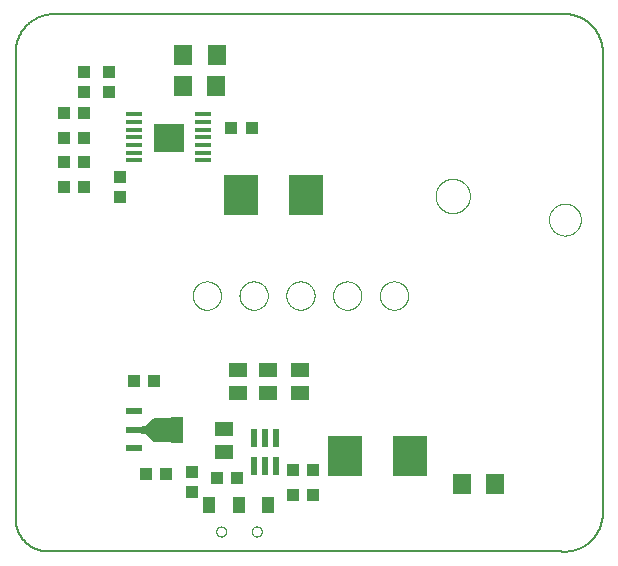
<source format=gtp>
G75*
%MOIN*%
%OFA0B0*%
%FSLAX25Y25*%
%IPPOS*%
%LPD*%
%AMOC8*
5,1,8,0,0,1.08239X$1,22.5*
%
%ADD10C,0.00600*%
%ADD11C,0.00000*%
%ADD12R,0.03937X0.04331*%
%ADD13R,0.05906X0.05118*%
%ADD14R,0.06299X0.07087*%
%ADD15R,0.04331X0.03937*%
%ADD16R,0.05753X0.01381*%
%ADD17C,0.00197*%
%ADD18R,0.11811X0.13780*%
%ADD19R,0.05500X0.01900*%
%ADD20R,0.05500X0.02200*%
%ADD21R,0.04200X0.08600*%
%ADD22R,0.02200X0.06200*%
%ADD23R,0.03937X0.05512*%
D10*
X0024241Y0016761D02*
X0195894Y0016761D01*
X0209674Y0028572D02*
X0209674Y0184083D01*
X0209646Y0184397D01*
X0209610Y0184710D01*
X0209567Y0185022D01*
X0209516Y0185333D01*
X0209457Y0185642D01*
X0209391Y0185950D01*
X0209318Y0186256D01*
X0209236Y0186561D01*
X0209148Y0186863D01*
X0209052Y0187163D01*
X0208948Y0187460D01*
X0208838Y0187755D01*
X0208720Y0188047D01*
X0208595Y0188336D01*
X0208463Y0188622D01*
X0208324Y0188905D01*
X0208178Y0189184D01*
X0208025Y0189459D01*
X0207865Y0189731D01*
X0207699Y0189999D01*
X0207527Y0190262D01*
X0207348Y0190521D01*
X0207163Y0190776D01*
X0206971Y0191026D01*
X0206773Y0191271D01*
X0206570Y0191512D01*
X0206361Y0191747D01*
X0206145Y0191977D01*
X0205925Y0192202D01*
X0205699Y0192421D01*
X0205467Y0192635D01*
X0205231Y0192843D01*
X0204989Y0193045D01*
X0204742Y0193241D01*
X0204491Y0193431D01*
X0204235Y0193614D01*
X0203975Y0193792D01*
X0203711Y0193963D01*
X0203442Y0194127D01*
X0203169Y0194285D01*
X0202893Y0194436D01*
X0202613Y0194580D01*
X0202329Y0194717D01*
X0202043Y0194847D01*
X0201753Y0194971D01*
X0201460Y0195087D01*
X0201164Y0195195D01*
X0200866Y0195297D01*
X0200566Y0195391D01*
X0200263Y0195478D01*
X0199958Y0195557D01*
X0199651Y0195629D01*
X0199343Y0195693D01*
X0199033Y0195750D01*
X0198722Y0195799D01*
X0198410Y0195840D01*
X0198097Y0195874D01*
X0197783Y0195900D01*
X0197468Y0195918D01*
X0197154Y0195929D01*
X0196839Y0195932D01*
X0196524Y0195927D01*
X0196209Y0195915D01*
X0195895Y0195894D01*
X0195894Y0195894D02*
X0027784Y0195894D01*
X0027475Y0195914D01*
X0027165Y0195927D01*
X0026855Y0195932D01*
X0026545Y0195929D01*
X0026235Y0195920D01*
X0025925Y0195902D01*
X0025616Y0195877D01*
X0025308Y0195845D01*
X0025000Y0195805D01*
X0024694Y0195758D01*
X0024388Y0195703D01*
X0024084Y0195641D01*
X0023782Y0195572D01*
X0023482Y0195496D01*
X0023183Y0195412D01*
X0022887Y0195321D01*
X0022592Y0195223D01*
X0022301Y0195117D01*
X0022012Y0195005D01*
X0021725Y0194886D01*
X0021442Y0194760D01*
X0021162Y0194627D01*
X0020885Y0194487D01*
X0020611Y0194341D01*
X0020342Y0194188D01*
X0020075Y0194029D01*
X0019813Y0193863D01*
X0019555Y0193691D01*
X0019301Y0193513D01*
X0019052Y0193329D01*
X0018807Y0193139D01*
X0018567Y0192943D01*
X0018331Y0192741D01*
X0018101Y0192533D01*
X0017875Y0192321D01*
X0017655Y0192102D01*
X0017440Y0191879D01*
X0017231Y0191650D01*
X0017027Y0191416D01*
X0016829Y0191178D01*
X0016637Y0190934D01*
X0016450Y0190686D01*
X0016270Y0190434D01*
X0016096Y0190177D01*
X0015928Y0189917D01*
X0015766Y0189652D01*
X0015611Y0189383D01*
X0015463Y0189111D01*
X0015321Y0188836D01*
X0015185Y0188557D01*
X0015057Y0188274D01*
X0014935Y0187989D01*
X0014820Y0187701D01*
X0014713Y0187410D01*
X0014612Y0187117D01*
X0014519Y0186821D01*
X0014432Y0186523D01*
X0014353Y0186223D01*
X0014281Y0185922D01*
X0014217Y0185618D01*
X0014160Y0185314D01*
X0014110Y0185007D01*
X0014067Y0184700D01*
X0014032Y0184392D01*
X0014005Y0184083D01*
X0014005Y0028572D01*
X0014004Y0028571D02*
X0013988Y0028305D01*
X0013979Y0028038D01*
X0013976Y0027771D01*
X0013980Y0027504D01*
X0013990Y0027237D01*
X0014006Y0026970D01*
X0014029Y0026704D01*
X0014058Y0026439D01*
X0014094Y0026174D01*
X0014136Y0025910D01*
X0014184Y0025648D01*
X0014239Y0025386D01*
X0014300Y0025126D01*
X0014368Y0024868D01*
X0014441Y0024611D01*
X0014521Y0024356D01*
X0014607Y0024103D01*
X0014699Y0023853D01*
X0014797Y0023604D01*
X0014901Y0023358D01*
X0015011Y0023115D01*
X0015127Y0022874D01*
X0015248Y0022636D01*
X0015375Y0022401D01*
X0015508Y0022170D01*
X0015647Y0021941D01*
X0015791Y0021716D01*
X0015940Y0021495D01*
X0016094Y0021277D01*
X0016254Y0021063D01*
X0016419Y0020853D01*
X0016589Y0020647D01*
X0016764Y0020445D01*
X0016944Y0020248D01*
X0017128Y0020055D01*
X0017317Y0019866D01*
X0017511Y0019682D01*
X0017709Y0019503D01*
X0017911Y0019328D01*
X0018118Y0019159D01*
X0018328Y0018994D01*
X0018542Y0018835D01*
X0018761Y0018681D01*
X0018982Y0018532D01*
X0019208Y0018389D01*
X0019436Y0018251D01*
X0019668Y0018119D01*
X0019904Y0017992D01*
X0020142Y0017871D01*
X0020383Y0017756D01*
X0020626Y0017646D01*
X0020873Y0017543D01*
X0021121Y0017446D01*
X0021372Y0017354D01*
X0021625Y0017269D01*
X0021880Y0017190D01*
X0022137Y0017117D01*
X0022396Y0017050D01*
X0022656Y0016990D01*
X0022918Y0016935D01*
X0023180Y0016888D01*
X0023444Y0016846D01*
X0023709Y0016811D01*
X0023974Y0016782D01*
X0024241Y0016760D01*
X0060049Y0053712D02*
X0057549Y0056212D01*
X0056149Y0056212D01*
X0056149Y0058412D01*
X0057549Y0058412D01*
X0060049Y0060912D01*
X0068949Y0060912D01*
X0068949Y0053712D01*
X0060049Y0053712D01*
X0059483Y0054278D02*
X0068949Y0054278D01*
X0068949Y0054876D02*
X0058884Y0054876D01*
X0058286Y0055475D02*
X0068949Y0055475D01*
X0068949Y0056073D02*
X0057687Y0056073D01*
X0056149Y0056672D02*
X0068949Y0056672D01*
X0068949Y0057271D02*
X0056149Y0057271D01*
X0056149Y0057869D02*
X0068949Y0057869D01*
X0068949Y0058468D02*
X0057605Y0058468D01*
X0058203Y0059066D02*
X0068949Y0059066D01*
X0068949Y0059665D02*
X0058802Y0059665D01*
X0059400Y0060263D02*
X0068949Y0060263D01*
X0068949Y0060862D02*
X0059999Y0060862D01*
X0195895Y0016761D02*
X0196204Y0016741D01*
X0196514Y0016728D01*
X0196824Y0016723D01*
X0197134Y0016726D01*
X0197444Y0016735D01*
X0197754Y0016753D01*
X0198063Y0016778D01*
X0198371Y0016810D01*
X0198679Y0016850D01*
X0198985Y0016897D01*
X0199291Y0016952D01*
X0199595Y0017014D01*
X0199897Y0017083D01*
X0200197Y0017159D01*
X0200496Y0017243D01*
X0200792Y0017334D01*
X0201087Y0017432D01*
X0201378Y0017538D01*
X0201667Y0017650D01*
X0201954Y0017769D01*
X0202237Y0017895D01*
X0202517Y0018028D01*
X0202794Y0018168D01*
X0203068Y0018314D01*
X0203337Y0018467D01*
X0203604Y0018626D01*
X0203866Y0018792D01*
X0204124Y0018964D01*
X0204378Y0019142D01*
X0204627Y0019326D01*
X0204872Y0019516D01*
X0205112Y0019712D01*
X0205348Y0019914D01*
X0205578Y0020122D01*
X0205804Y0020334D01*
X0206024Y0020553D01*
X0206239Y0020776D01*
X0206448Y0021005D01*
X0206652Y0021239D01*
X0206850Y0021477D01*
X0207042Y0021721D01*
X0207229Y0021969D01*
X0207409Y0022221D01*
X0207583Y0022478D01*
X0207751Y0022738D01*
X0207913Y0023003D01*
X0208068Y0023272D01*
X0208216Y0023544D01*
X0208358Y0023819D01*
X0208494Y0024098D01*
X0208622Y0024381D01*
X0208744Y0024666D01*
X0208859Y0024954D01*
X0208966Y0025245D01*
X0209067Y0025538D01*
X0209160Y0025834D01*
X0209247Y0026132D01*
X0209326Y0026432D01*
X0209398Y0026733D01*
X0209462Y0027037D01*
X0209519Y0027341D01*
X0209569Y0027648D01*
X0209612Y0027955D01*
X0209647Y0028263D01*
X0209674Y0028572D01*
D11*
X0135363Y0102056D02*
X0135365Y0102193D01*
X0135371Y0102331D01*
X0135381Y0102468D01*
X0135395Y0102604D01*
X0135413Y0102741D01*
X0135435Y0102876D01*
X0135461Y0103011D01*
X0135490Y0103145D01*
X0135524Y0103279D01*
X0135561Y0103411D01*
X0135603Y0103542D01*
X0135648Y0103672D01*
X0135697Y0103800D01*
X0135749Y0103927D01*
X0135806Y0104052D01*
X0135865Y0104176D01*
X0135929Y0104298D01*
X0135996Y0104418D01*
X0136066Y0104536D01*
X0136140Y0104652D01*
X0136217Y0104766D01*
X0136298Y0104877D01*
X0136381Y0104986D01*
X0136468Y0105093D01*
X0136558Y0105196D01*
X0136651Y0105298D01*
X0136747Y0105396D01*
X0136845Y0105492D01*
X0136947Y0105585D01*
X0137050Y0105675D01*
X0137157Y0105762D01*
X0137266Y0105845D01*
X0137377Y0105926D01*
X0137491Y0106003D01*
X0137607Y0106077D01*
X0137725Y0106147D01*
X0137845Y0106214D01*
X0137967Y0106278D01*
X0138091Y0106337D01*
X0138216Y0106394D01*
X0138343Y0106446D01*
X0138471Y0106495D01*
X0138601Y0106540D01*
X0138732Y0106582D01*
X0138864Y0106619D01*
X0138998Y0106653D01*
X0139132Y0106682D01*
X0139267Y0106708D01*
X0139402Y0106730D01*
X0139539Y0106748D01*
X0139675Y0106762D01*
X0139812Y0106772D01*
X0139950Y0106778D01*
X0140087Y0106780D01*
X0140224Y0106778D01*
X0140362Y0106772D01*
X0140499Y0106762D01*
X0140635Y0106748D01*
X0140772Y0106730D01*
X0140907Y0106708D01*
X0141042Y0106682D01*
X0141176Y0106653D01*
X0141310Y0106619D01*
X0141442Y0106582D01*
X0141573Y0106540D01*
X0141703Y0106495D01*
X0141831Y0106446D01*
X0141958Y0106394D01*
X0142083Y0106337D01*
X0142207Y0106278D01*
X0142329Y0106214D01*
X0142449Y0106147D01*
X0142567Y0106077D01*
X0142683Y0106003D01*
X0142797Y0105926D01*
X0142908Y0105845D01*
X0143017Y0105762D01*
X0143124Y0105675D01*
X0143227Y0105585D01*
X0143329Y0105492D01*
X0143427Y0105396D01*
X0143523Y0105298D01*
X0143616Y0105196D01*
X0143706Y0105093D01*
X0143793Y0104986D01*
X0143876Y0104877D01*
X0143957Y0104766D01*
X0144034Y0104652D01*
X0144108Y0104536D01*
X0144178Y0104418D01*
X0144245Y0104298D01*
X0144309Y0104176D01*
X0144368Y0104052D01*
X0144425Y0103927D01*
X0144477Y0103800D01*
X0144526Y0103672D01*
X0144571Y0103542D01*
X0144613Y0103411D01*
X0144650Y0103279D01*
X0144684Y0103145D01*
X0144713Y0103011D01*
X0144739Y0102876D01*
X0144761Y0102741D01*
X0144779Y0102604D01*
X0144793Y0102468D01*
X0144803Y0102331D01*
X0144809Y0102193D01*
X0144811Y0102056D01*
X0144809Y0101919D01*
X0144803Y0101781D01*
X0144793Y0101644D01*
X0144779Y0101508D01*
X0144761Y0101371D01*
X0144739Y0101236D01*
X0144713Y0101101D01*
X0144684Y0100967D01*
X0144650Y0100833D01*
X0144613Y0100701D01*
X0144571Y0100570D01*
X0144526Y0100440D01*
X0144477Y0100312D01*
X0144425Y0100185D01*
X0144368Y0100060D01*
X0144309Y0099936D01*
X0144245Y0099814D01*
X0144178Y0099694D01*
X0144108Y0099576D01*
X0144034Y0099460D01*
X0143957Y0099346D01*
X0143876Y0099235D01*
X0143793Y0099126D01*
X0143706Y0099019D01*
X0143616Y0098916D01*
X0143523Y0098814D01*
X0143427Y0098716D01*
X0143329Y0098620D01*
X0143227Y0098527D01*
X0143124Y0098437D01*
X0143017Y0098350D01*
X0142908Y0098267D01*
X0142797Y0098186D01*
X0142683Y0098109D01*
X0142567Y0098035D01*
X0142449Y0097965D01*
X0142329Y0097898D01*
X0142207Y0097834D01*
X0142083Y0097775D01*
X0141958Y0097718D01*
X0141831Y0097666D01*
X0141703Y0097617D01*
X0141573Y0097572D01*
X0141442Y0097530D01*
X0141310Y0097493D01*
X0141176Y0097459D01*
X0141042Y0097430D01*
X0140907Y0097404D01*
X0140772Y0097382D01*
X0140635Y0097364D01*
X0140499Y0097350D01*
X0140362Y0097340D01*
X0140224Y0097334D01*
X0140087Y0097332D01*
X0139950Y0097334D01*
X0139812Y0097340D01*
X0139675Y0097350D01*
X0139539Y0097364D01*
X0139402Y0097382D01*
X0139267Y0097404D01*
X0139132Y0097430D01*
X0138998Y0097459D01*
X0138864Y0097493D01*
X0138732Y0097530D01*
X0138601Y0097572D01*
X0138471Y0097617D01*
X0138343Y0097666D01*
X0138216Y0097718D01*
X0138091Y0097775D01*
X0137967Y0097834D01*
X0137845Y0097898D01*
X0137725Y0097965D01*
X0137607Y0098035D01*
X0137491Y0098109D01*
X0137377Y0098186D01*
X0137266Y0098267D01*
X0137157Y0098350D01*
X0137050Y0098437D01*
X0136947Y0098527D01*
X0136845Y0098620D01*
X0136747Y0098716D01*
X0136651Y0098814D01*
X0136558Y0098916D01*
X0136468Y0099019D01*
X0136381Y0099126D01*
X0136298Y0099235D01*
X0136217Y0099346D01*
X0136140Y0099460D01*
X0136066Y0099576D01*
X0135996Y0099694D01*
X0135929Y0099814D01*
X0135865Y0099936D01*
X0135806Y0100060D01*
X0135749Y0100185D01*
X0135697Y0100312D01*
X0135648Y0100440D01*
X0135603Y0100570D01*
X0135561Y0100701D01*
X0135524Y0100833D01*
X0135490Y0100967D01*
X0135461Y0101101D01*
X0135435Y0101236D01*
X0135413Y0101371D01*
X0135395Y0101508D01*
X0135381Y0101644D01*
X0135371Y0101781D01*
X0135365Y0101919D01*
X0135363Y0102056D01*
X0119773Y0102056D02*
X0119775Y0102193D01*
X0119781Y0102331D01*
X0119791Y0102468D01*
X0119805Y0102604D01*
X0119823Y0102741D01*
X0119845Y0102876D01*
X0119871Y0103011D01*
X0119900Y0103145D01*
X0119934Y0103279D01*
X0119971Y0103411D01*
X0120013Y0103542D01*
X0120058Y0103672D01*
X0120107Y0103800D01*
X0120159Y0103927D01*
X0120216Y0104052D01*
X0120275Y0104176D01*
X0120339Y0104298D01*
X0120406Y0104418D01*
X0120476Y0104536D01*
X0120550Y0104652D01*
X0120627Y0104766D01*
X0120708Y0104877D01*
X0120791Y0104986D01*
X0120878Y0105093D01*
X0120968Y0105196D01*
X0121061Y0105298D01*
X0121157Y0105396D01*
X0121255Y0105492D01*
X0121357Y0105585D01*
X0121460Y0105675D01*
X0121567Y0105762D01*
X0121676Y0105845D01*
X0121787Y0105926D01*
X0121901Y0106003D01*
X0122017Y0106077D01*
X0122135Y0106147D01*
X0122255Y0106214D01*
X0122377Y0106278D01*
X0122501Y0106337D01*
X0122626Y0106394D01*
X0122753Y0106446D01*
X0122881Y0106495D01*
X0123011Y0106540D01*
X0123142Y0106582D01*
X0123274Y0106619D01*
X0123408Y0106653D01*
X0123542Y0106682D01*
X0123677Y0106708D01*
X0123812Y0106730D01*
X0123949Y0106748D01*
X0124085Y0106762D01*
X0124222Y0106772D01*
X0124360Y0106778D01*
X0124497Y0106780D01*
X0124634Y0106778D01*
X0124772Y0106772D01*
X0124909Y0106762D01*
X0125045Y0106748D01*
X0125182Y0106730D01*
X0125317Y0106708D01*
X0125452Y0106682D01*
X0125586Y0106653D01*
X0125720Y0106619D01*
X0125852Y0106582D01*
X0125983Y0106540D01*
X0126113Y0106495D01*
X0126241Y0106446D01*
X0126368Y0106394D01*
X0126493Y0106337D01*
X0126617Y0106278D01*
X0126739Y0106214D01*
X0126859Y0106147D01*
X0126977Y0106077D01*
X0127093Y0106003D01*
X0127207Y0105926D01*
X0127318Y0105845D01*
X0127427Y0105762D01*
X0127534Y0105675D01*
X0127637Y0105585D01*
X0127739Y0105492D01*
X0127837Y0105396D01*
X0127933Y0105298D01*
X0128026Y0105196D01*
X0128116Y0105093D01*
X0128203Y0104986D01*
X0128286Y0104877D01*
X0128367Y0104766D01*
X0128444Y0104652D01*
X0128518Y0104536D01*
X0128588Y0104418D01*
X0128655Y0104298D01*
X0128719Y0104176D01*
X0128778Y0104052D01*
X0128835Y0103927D01*
X0128887Y0103800D01*
X0128936Y0103672D01*
X0128981Y0103542D01*
X0129023Y0103411D01*
X0129060Y0103279D01*
X0129094Y0103145D01*
X0129123Y0103011D01*
X0129149Y0102876D01*
X0129171Y0102741D01*
X0129189Y0102604D01*
X0129203Y0102468D01*
X0129213Y0102331D01*
X0129219Y0102193D01*
X0129221Y0102056D01*
X0129219Y0101919D01*
X0129213Y0101781D01*
X0129203Y0101644D01*
X0129189Y0101508D01*
X0129171Y0101371D01*
X0129149Y0101236D01*
X0129123Y0101101D01*
X0129094Y0100967D01*
X0129060Y0100833D01*
X0129023Y0100701D01*
X0128981Y0100570D01*
X0128936Y0100440D01*
X0128887Y0100312D01*
X0128835Y0100185D01*
X0128778Y0100060D01*
X0128719Y0099936D01*
X0128655Y0099814D01*
X0128588Y0099694D01*
X0128518Y0099576D01*
X0128444Y0099460D01*
X0128367Y0099346D01*
X0128286Y0099235D01*
X0128203Y0099126D01*
X0128116Y0099019D01*
X0128026Y0098916D01*
X0127933Y0098814D01*
X0127837Y0098716D01*
X0127739Y0098620D01*
X0127637Y0098527D01*
X0127534Y0098437D01*
X0127427Y0098350D01*
X0127318Y0098267D01*
X0127207Y0098186D01*
X0127093Y0098109D01*
X0126977Y0098035D01*
X0126859Y0097965D01*
X0126739Y0097898D01*
X0126617Y0097834D01*
X0126493Y0097775D01*
X0126368Y0097718D01*
X0126241Y0097666D01*
X0126113Y0097617D01*
X0125983Y0097572D01*
X0125852Y0097530D01*
X0125720Y0097493D01*
X0125586Y0097459D01*
X0125452Y0097430D01*
X0125317Y0097404D01*
X0125182Y0097382D01*
X0125045Y0097364D01*
X0124909Y0097350D01*
X0124772Y0097340D01*
X0124634Y0097334D01*
X0124497Y0097332D01*
X0124360Y0097334D01*
X0124222Y0097340D01*
X0124085Y0097350D01*
X0123949Y0097364D01*
X0123812Y0097382D01*
X0123677Y0097404D01*
X0123542Y0097430D01*
X0123408Y0097459D01*
X0123274Y0097493D01*
X0123142Y0097530D01*
X0123011Y0097572D01*
X0122881Y0097617D01*
X0122753Y0097666D01*
X0122626Y0097718D01*
X0122501Y0097775D01*
X0122377Y0097834D01*
X0122255Y0097898D01*
X0122135Y0097965D01*
X0122017Y0098035D01*
X0121901Y0098109D01*
X0121787Y0098186D01*
X0121676Y0098267D01*
X0121567Y0098350D01*
X0121460Y0098437D01*
X0121357Y0098527D01*
X0121255Y0098620D01*
X0121157Y0098716D01*
X0121061Y0098814D01*
X0120968Y0098916D01*
X0120878Y0099019D01*
X0120791Y0099126D01*
X0120708Y0099235D01*
X0120627Y0099346D01*
X0120550Y0099460D01*
X0120476Y0099576D01*
X0120406Y0099694D01*
X0120339Y0099814D01*
X0120275Y0099936D01*
X0120216Y0100060D01*
X0120159Y0100185D01*
X0120107Y0100312D01*
X0120058Y0100440D01*
X0120013Y0100570D01*
X0119971Y0100701D01*
X0119934Y0100833D01*
X0119900Y0100967D01*
X0119871Y0101101D01*
X0119845Y0101236D01*
X0119823Y0101371D01*
X0119805Y0101508D01*
X0119791Y0101644D01*
X0119781Y0101781D01*
X0119775Y0101919D01*
X0119773Y0102056D01*
X0104182Y0102056D02*
X0104184Y0102193D01*
X0104190Y0102331D01*
X0104200Y0102468D01*
X0104214Y0102604D01*
X0104232Y0102741D01*
X0104254Y0102876D01*
X0104280Y0103011D01*
X0104309Y0103145D01*
X0104343Y0103279D01*
X0104380Y0103411D01*
X0104422Y0103542D01*
X0104467Y0103672D01*
X0104516Y0103800D01*
X0104568Y0103927D01*
X0104625Y0104052D01*
X0104684Y0104176D01*
X0104748Y0104298D01*
X0104815Y0104418D01*
X0104885Y0104536D01*
X0104959Y0104652D01*
X0105036Y0104766D01*
X0105117Y0104877D01*
X0105200Y0104986D01*
X0105287Y0105093D01*
X0105377Y0105196D01*
X0105470Y0105298D01*
X0105566Y0105396D01*
X0105664Y0105492D01*
X0105766Y0105585D01*
X0105869Y0105675D01*
X0105976Y0105762D01*
X0106085Y0105845D01*
X0106196Y0105926D01*
X0106310Y0106003D01*
X0106426Y0106077D01*
X0106544Y0106147D01*
X0106664Y0106214D01*
X0106786Y0106278D01*
X0106910Y0106337D01*
X0107035Y0106394D01*
X0107162Y0106446D01*
X0107290Y0106495D01*
X0107420Y0106540D01*
X0107551Y0106582D01*
X0107683Y0106619D01*
X0107817Y0106653D01*
X0107951Y0106682D01*
X0108086Y0106708D01*
X0108221Y0106730D01*
X0108358Y0106748D01*
X0108494Y0106762D01*
X0108631Y0106772D01*
X0108769Y0106778D01*
X0108906Y0106780D01*
X0109043Y0106778D01*
X0109181Y0106772D01*
X0109318Y0106762D01*
X0109454Y0106748D01*
X0109591Y0106730D01*
X0109726Y0106708D01*
X0109861Y0106682D01*
X0109995Y0106653D01*
X0110129Y0106619D01*
X0110261Y0106582D01*
X0110392Y0106540D01*
X0110522Y0106495D01*
X0110650Y0106446D01*
X0110777Y0106394D01*
X0110902Y0106337D01*
X0111026Y0106278D01*
X0111148Y0106214D01*
X0111268Y0106147D01*
X0111386Y0106077D01*
X0111502Y0106003D01*
X0111616Y0105926D01*
X0111727Y0105845D01*
X0111836Y0105762D01*
X0111943Y0105675D01*
X0112046Y0105585D01*
X0112148Y0105492D01*
X0112246Y0105396D01*
X0112342Y0105298D01*
X0112435Y0105196D01*
X0112525Y0105093D01*
X0112612Y0104986D01*
X0112695Y0104877D01*
X0112776Y0104766D01*
X0112853Y0104652D01*
X0112927Y0104536D01*
X0112997Y0104418D01*
X0113064Y0104298D01*
X0113128Y0104176D01*
X0113187Y0104052D01*
X0113244Y0103927D01*
X0113296Y0103800D01*
X0113345Y0103672D01*
X0113390Y0103542D01*
X0113432Y0103411D01*
X0113469Y0103279D01*
X0113503Y0103145D01*
X0113532Y0103011D01*
X0113558Y0102876D01*
X0113580Y0102741D01*
X0113598Y0102604D01*
X0113612Y0102468D01*
X0113622Y0102331D01*
X0113628Y0102193D01*
X0113630Y0102056D01*
X0113628Y0101919D01*
X0113622Y0101781D01*
X0113612Y0101644D01*
X0113598Y0101508D01*
X0113580Y0101371D01*
X0113558Y0101236D01*
X0113532Y0101101D01*
X0113503Y0100967D01*
X0113469Y0100833D01*
X0113432Y0100701D01*
X0113390Y0100570D01*
X0113345Y0100440D01*
X0113296Y0100312D01*
X0113244Y0100185D01*
X0113187Y0100060D01*
X0113128Y0099936D01*
X0113064Y0099814D01*
X0112997Y0099694D01*
X0112927Y0099576D01*
X0112853Y0099460D01*
X0112776Y0099346D01*
X0112695Y0099235D01*
X0112612Y0099126D01*
X0112525Y0099019D01*
X0112435Y0098916D01*
X0112342Y0098814D01*
X0112246Y0098716D01*
X0112148Y0098620D01*
X0112046Y0098527D01*
X0111943Y0098437D01*
X0111836Y0098350D01*
X0111727Y0098267D01*
X0111616Y0098186D01*
X0111502Y0098109D01*
X0111386Y0098035D01*
X0111268Y0097965D01*
X0111148Y0097898D01*
X0111026Y0097834D01*
X0110902Y0097775D01*
X0110777Y0097718D01*
X0110650Y0097666D01*
X0110522Y0097617D01*
X0110392Y0097572D01*
X0110261Y0097530D01*
X0110129Y0097493D01*
X0109995Y0097459D01*
X0109861Y0097430D01*
X0109726Y0097404D01*
X0109591Y0097382D01*
X0109454Y0097364D01*
X0109318Y0097350D01*
X0109181Y0097340D01*
X0109043Y0097334D01*
X0108906Y0097332D01*
X0108769Y0097334D01*
X0108631Y0097340D01*
X0108494Y0097350D01*
X0108358Y0097364D01*
X0108221Y0097382D01*
X0108086Y0097404D01*
X0107951Y0097430D01*
X0107817Y0097459D01*
X0107683Y0097493D01*
X0107551Y0097530D01*
X0107420Y0097572D01*
X0107290Y0097617D01*
X0107162Y0097666D01*
X0107035Y0097718D01*
X0106910Y0097775D01*
X0106786Y0097834D01*
X0106664Y0097898D01*
X0106544Y0097965D01*
X0106426Y0098035D01*
X0106310Y0098109D01*
X0106196Y0098186D01*
X0106085Y0098267D01*
X0105976Y0098350D01*
X0105869Y0098437D01*
X0105766Y0098527D01*
X0105664Y0098620D01*
X0105566Y0098716D01*
X0105470Y0098814D01*
X0105377Y0098916D01*
X0105287Y0099019D01*
X0105200Y0099126D01*
X0105117Y0099235D01*
X0105036Y0099346D01*
X0104959Y0099460D01*
X0104885Y0099576D01*
X0104815Y0099694D01*
X0104748Y0099814D01*
X0104684Y0099936D01*
X0104625Y0100060D01*
X0104568Y0100185D01*
X0104516Y0100312D01*
X0104467Y0100440D01*
X0104422Y0100570D01*
X0104380Y0100701D01*
X0104343Y0100833D01*
X0104309Y0100967D01*
X0104280Y0101101D01*
X0104254Y0101236D01*
X0104232Y0101371D01*
X0104214Y0101508D01*
X0104200Y0101644D01*
X0104190Y0101781D01*
X0104184Y0101919D01*
X0104182Y0102056D01*
X0088592Y0102056D02*
X0088594Y0102193D01*
X0088600Y0102331D01*
X0088610Y0102468D01*
X0088624Y0102604D01*
X0088642Y0102741D01*
X0088664Y0102876D01*
X0088690Y0103011D01*
X0088719Y0103145D01*
X0088753Y0103279D01*
X0088790Y0103411D01*
X0088832Y0103542D01*
X0088877Y0103672D01*
X0088926Y0103800D01*
X0088978Y0103927D01*
X0089035Y0104052D01*
X0089094Y0104176D01*
X0089158Y0104298D01*
X0089225Y0104418D01*
X0089295Y0104536D01*
X0089369Y0104652D01*
X0089446Y0104766D01*
X0089527Y0104877D01*
X0089610Y0104986D01*
X0089697Y0105093D01*
X0089787Y0105196D01*
X0089880Y0105298D01*
X0089976Y0105396D01*
X0090074Y0105492D01*
X0090176Y0105585D01*
X0090279Y0105675D01*
X0090386Y0105762D01*
X0090495Y0105845D01*
X0090606Y0105926D01*
X0090720Y0106003D01*
X0090836Y0106077D01*
X0090954Y0106147D01*
X0091074Y0106214D01*
X0091196Y0106278D01*
X0091320Y0106337D01*
X0091445Y0106394D01*
X0091572Y0106446D01*
X0091700Y0106495D01*
X0091830Y0106540D01*
X0091961Y0106582D01*
X0092093Y0106619D01*
X0092227Y0106653D01*
X0092361Y0106682D01*
X0092496Y0106708D01*
X0092631Y0106730D01*
X0092768Y0106748D01*
X0092904Y0106762D01*
X0093041Y0106772D01*
X0093179Y0106778D01*
X0093316Y0106780D01*
X0093453Y0106778D01*
X0093591Y0106772D01*
X0093728Y0106762D01*
X0093864Y0106748D01*
X0094001Y0106730D01*
X0094136Y0106708D01*
X0094271Y0106682D01*
X0094405Y0106653D01*
X0094539Y0106619D01*
X0094671Y0106582D01*
X0094802Y0106540D01*
X0094932Y0106495D01*
X0095060Y0106446D01*
X0095187Y0106394D01*
X0095312Y0106337D01*
X0095436Y0106278D01*
X0095558Y0106214D01*
X0095678Y0106147D01*
X0095796Y0106077D01*
X0095912Y0106003D01*
X0096026Y0105926D01*
X0096137Y0105845D01*
X0096246Y0105762D01*
X0096353Y0105675D01*
X0096456Y0105585D01*
X0096558Y0105492D01*
X0096656Y0105396D01*
X0096752Y0105298D01*
X0096845Y0105196D01*
X0096935Y0105093D01*
X0097022Y0104986D01*
X0097105Y0104877D01*
X0097186Y0104766D01*
X0097263Y0104652D01*
X0097337Y0104536D01*
X0097407Y0104418D01*
X0097474Y0104298D01*
X0097538Y0104176D01*
X0097597Y0104052D01*
X0097654Y0103927D01*
X0097706Y0103800D01*
X0097755Y0103672D01*
X0097800Y0103542D01*
X0097842Y0103411D01*
X0097879Y0103279D01*
X0097913Y0103145D01*
X0097942Y0103011D01*
X0097968Y0102876D01*
X0097990Y0102741D01*
X0098008Y0102604D01*
X0098022Y0102468D01*
X0098032Y0102331D01*
X0098038Y0102193D01*
X0098040Y0102056D01*
X0098038Y0101919D01*
X0098032Y0101781D01*
X0098022Y0101644D01*
X0098008Y0101508D01*
X0097990Y0101371D01*
X0097968Y0101236D01*
X0097942Y0101101D01*
X0097913Y0100967D01*
X0097879Y0100833D01*
X0097842Y0100701D01*
X0097800Y0100570D01*
X0097755Y0100440D01*
X0097706Y0100312D01*
X0097654Y0100185D01*
X0097597Y0100060D01*
X0097538Y0099936D01*
X0097474Y0099814D01*
X0097407Y0099694D01*
X0097337Y0099576D01*
X0097263Y0099460D01*
X0097186Y0099346D01*
X0097105Y0099235D01*
X0097022Y0099126D01*
X0096935Y0099019D01*
X0096845Y0098916D01*
X0096752Y0098814D01*
X0096656Y0098716D01*
X0096558Y0098620D01*
X0096456Y0098527D01*
X0096353Y0098437D01*
X0096246Y0098350D01*
X0096137Y0098267D01*
X0096026Y0098186D01*
X0095912Y0098109D01*
X0095796Y0098035D01*
X0095678Y0097965D01*
X0095558Y0097898D01*
X0095436Y0097834D01*
X0095312Y0097775D01*
X0095187Y0097718D01*
X0095060Y0097666D01*
X0094932Y0097617D01*
X0094802Y0097572D01*
X0094671Y0097530D01*
X0094539Y0097493D01*
X0094405Y0097459D01*
X0094271Y0097430D01*
X0094136Y0097404D01*
X0094001Y0097382D01*
X0093864Y0097364D01*
X0093728Y0097350D01*
X0093591Y0097340D01*
X0093453Y0097334D01*
X0093316Y0097332D01*
X0093179Y0097334D01*
X0093041Y0097340D01*
X0092904Y0097350D01*
X0092768Y0097364D01*
X0092631Y0097382D01*
X0092496Y0097404D01*
X0092361Y0097430D01*
X0092227Y0097459D01*
X0092093Y0097493D01*
X0091961Y0097530D01*
X0091830Y0097572D01*
X0091700Y0097617D01*
X0091572Y0097666D01*
X0091445Y0097718D01*
X0091320Y0097775D01*
X0091196Y0097834D01*
X0091074Y0097898D01*
X0090954Y0097965D01*
X0090836Y0098035D01*
X0090720Y0098109D01*
X0090606Y0098186D01*
X0090495Y0098267D01*
X0090386Y0098350D01*
X0090279Y0098437D01*
X0090176Y0098527D01*
X0090074Y0098620D01*
X0089976Y0098716D01*
X0089880Y0098814D01*
X0089787Y0098916D01*
X0089697Y0099019D01*
X0089610Y0099126D01*
X0089527Y0099235D01*
X0089446Y0099346D01*
X0089369Y0099460D01*
X0089295Y0099576D01*
X0089225Y0099694D01*
X0089158Y0099814D01*
X0089094Y0099936D01*
X0089035Y0100060D01*
X0088978Y0100185D01*
X0088926Y0100312D01*
X0088877Y0100440D01*
X0088832Y0100570D01*
X0088790Y0100701D01*
X0088753Y0100833D01*
X0088719Y0100967D01*
X0088690Y0101101D01*
X0088664Y0101236D01*
X0088642Y0101371D01*
X0088624Y0101508D01*
X0088610Y0101644D01*
X0088600Y0101781D01*
X0088594Y0101919D01*
X0088592Y0102056D01*
X0073001Y0102056D02*
X0073003Y0102193D01*
X0073009Y0102331D01*
X0073019Y0102468D01*
X0073033Y0102604D01*
X0073051Y0102741D01*
X0073073Y0102876D01*
X0073099Y0103011D01*
X0073128Y0103145D01*
X0073162Y0103279D01*
X0073199Y0103411D01*
X0073241Y0103542D01*
X0073286Y0103672D01*
X0073335Y0103800D01*
X0073387Y0103927D01*
X0073444Y0104052D01*
X0073503Y0104176D01*
X0073567Y0104298D01*
X0073634Y0104418D01*
X0073704Y0104536D01*
X0073778Y0104652D01*
X0073855Y0104766D01*
X0073936Y0104877D01*
X0074019Y0104986D01*
X0074106Y0105093D01*
X0074196Y0105196D01*
X0074289Y0105298D01*
X0074385Y0105396D01*
X0074483Y0105492D01*
X0074585Y0105585D01*
X0074688Y0105675D01*
X0074795Y0105762D01*
X0074904Y0105845D01*
X0075015Y0105926D01*
X0075129Y0106003D01*
X0075245Y0106077D01*
X0075363Y0106147D01*
X0075483Y0106214D01*
X0075605Y0106278D01*
X0075729Y0106337D01*
X0075854Y0106394D01*
X0075981Y0106446D01*
X0076109Y0106495D01*
X0076239Y0106540D01*
X0076370Y0106582D01*
X0076502Y0106619D01*
X0076636Y0106653D01*
X0076770Y0106682D01*
X0076905Y0106708D01*
X0077040Y0106730D01*
X0077177Y0106748D01*
X0077313Y0106762D01*
X0077450Y0106772D01*
X0077588Y0106778D01*
X0077725Y0106780D01*
X0077862Y0106778D01*
X0078000Y0106772D01*
X0078137Y0106762D01*
X0078273Y0106748D01*
X0078410Y0106730D01*
X0078545Y0106708D01*
X0078680Y0106682D01*
X0078814Y0106653D01*
X0078948Y0106619D01*
X0079080Y0106582D01*
X0079211Y0106540D01*
X0079341Y0106495D01*
X0079469Y0106446D01*
X0079596Y0106394D01*
X0079721Y0106337D01*
X0079845Y0106278D01*
X0079967Y0106214D01*
X0080087Y0106147D01*
X0080205Y0106077D01*
X0080321Y0106003D01*
X0080435Y0105926D01*
X0080546Y0105845D01*
X0080655Y0105762D01*
X0080762Y0105675D01*
X0080865Y0105585D01*
X0080967Y0105492D01*
X0081065Y0105396D01*
X0081161Y0105298D01*
X0081254Y0105196D01*
X0081344Y0105093D01*
X0081431Y0104986D01*
X0081514Y0104877D01*
X0081595Y0104766D01*
X0081672Y0104652D01*
X0081746Y0104536D01*
X0081816Y0104418D01*
X0081883Y0104298D01*
X0081947Y0104176D01*
X0082006Y0104052D01*
X0082063Y0103927D01*
X0082115Y0103800D01*
X0082164Y0103672D01*
X0082209Y0103542D01*
X0082251Y0103411D01*
X0082288Y0103279D01*
X0082322Y0103145D01*
X0082351Y0103011D01*
X0082377Y0102876D01*
X0082399Y0102741D01*
X0082417Y0102604D01*
X0082431Y0102468D01*
X0082441Y0102331D01*
X0082447Y0102193D01*
X0082449Y0102056D01*
X0082447Y0101919D01*
X0082441Y0101781D01*
X0082431Y0101644D01*
X0082417Y0101508D01*
X0082399Y0101371D01*
X0082377Y0101236D01*
X0082351Y0101101D01*
X0082322Y0100967D01*
X0082288Y0100833D01*
X0082251Y0100701D01*
X0082209Y0100570D01*
X0082164Y0100440D01*
X0082115Y0100312D01*
X0082063Y0100185D01*
X0082006Y0100060D01*
X0081947Y0099936D01*
X0081883Y0099814D01*
X0081816Y0099694D01*
X0081746Y0099576D01*
X0081672Y0099460D01*
X0081595Y0099346D01*
X0081514Y0099235D01*
X0081431Y0099126D01*
X0081344Y0099019D01*
X0081254Y0098916D01*
X0081161Y0098814D01*
X0081065Y0098716D01*
X0080967Y0098620D01*
X0080865Y0098527D01*
X0080762Y0098437D01*
X0080655Y0098350D01*
X0080546Y0098267D01*
X0080435Y0098186D01*
X0080321Y0098109D01*
X0080205Y0098035D01*
X0080087Y0097965D01*
X0079967Y0097898D01*
X0079845Y0097834D01*
X0079721Y0097775D01*
X0079596Y0097718D01*
X0079469Y0097666D01*
X0079341Y0097617D01*
X0079211Y0097572D01*
X0079080Y0097530D01*
X0078948Y0097493D01*
X0078814Y0097459D01*
X0078680Y0097430D01*
X0078545Y0097404D01*
X0078410Y0097382D01*
X0078273Y0097364D01*
X0078137Y0097350D01*
X0078000Y0097340D01*
X0077862Y0097334D01*
X0077725Y0097332D01*
X0077588Y0097334D01*
X0077450Y0097340D01*
X0077313Y0097350D01*
X0077177Y0097364D01*
X0077040Y0097382D01*
X0076905Y0097404D01*
X0076770Y0097430D01*
X0076636Y0097459D01*
X0076502Y0097493D01*
X0076370Y0097530D01*
X0076239Y0097572D01*
X0076109Y0097617D01*
X0075981Y0097666D01*
X0075854Y0097718D01*
X0075729Y0097775D01*
X0075605Y0097834D01*
X0075483Y0097898D01*
X0075363Y0097965D01*
X0075245Y0098035D01*
X0075129Y0098109D01*
X0075015Y0098186D01*
X0074904Y0098267D01*
X0074795Y0098350D01*
X0074688Y0098437D01*
X0074585Y0098527D01*
X0074483Y0098620D01*
X0074385Y0098716D01*
X0074289Y0098814D01*
X0074196Y0098916D01*
X0074106Y0099019D01*
X0074019Y0099126D01*
X0073936Y0099235D01*
X0073855Y0099346D01*
X0073778Y0099460D01*
X0073704Y0099576D01*
X0073634Y0099694D01*
X0073567Y0099814D01*
X0073503Y0099936D01*
X0073444Y0100060D01*
X0073387Y0100185D01*
X0073335Y0100312D01*
X0073286Y0100440D01*
X0073241Y0100570D01*
X0073199Y0100701D01*
X0073162Y0100833D01*
X0073128Y0100967D01*
X0073099Y0101101D01*
X0073073Y0101236D01*
X0073051Y0101371D01*
X0073033Y0101508D01*
X0073019Y0101644D01*
X0073009Y0101781D01*
X0073003Y0101919D01*
X0073001Y0102056D01*
X0080836Y0023422D02*
X0080838Y0023503D01*
X0080844Y0023585D01*
X0080854Y0023666D01*
X0080868Y0023746D01*
X0080885Y0023825D01*
X0080907Y0023904D01*
X0080932Y0023981D01*
X0080961Y0024058D01*
X0080994Y0024132D01*
X0081031Y0024205D01*
X0081070Y0024276D01*
X0081114Y0024345D01*
X0081160Y0024412D01*
X0081210Y0024476D01*
X0081263Y0024538D01*
X0081319Y0024598D01*
X0081377Y0024654D01*
X0081439Y0024708D01*
X0081503Y0024759D01*
X0081569Y0024806D01*
X0081637Y0024850D01*
X0081708Y0024891D01*
X0081780Y0024928D01*
X0081855Y0024962D01*
X0081930Y0024992D01*
X0082008Y0025018D01*
X0082086Y0025041D01*
X0082165Y0025059D01*
X0082245Y0025074D01*
X0082326Y0025085D01*
X0082407Y0025092D01*
X0082489Y0025095D01*
X0082570Y0025094D01*
X0082651Y0025089D01*
X0082732Y0025080D01*
X0082813Y0025067D01*
X0082893Y0025050D01*
X0082971Y0025030D01*
X0083049Y0025005D01*
X0083126Y0024977D01*
X0083201Y0024945D01*
X0083274Y0024910D01*
X0083345Y0024871D01*
X0083415Y0024828D01*
X0083482Y0024783D01*
X0083548Y0024734D01*
X0083610Y0024682D01*
X0083670Y0024626D01*
X0083727Y0024568D01*
X0083782Y0024508D01*
X0083833Y0024444D01*
X0083881Y0024379D01*
X0083926Y0024311D01*
X0083968Y0024241D01*
X0084006Y0024169D01*
X0084041Y0024095D01*
X0084072Y0024020D01*
X0084099Y0023943D01*
X0084122Y0023865D01*
X0084142Y0023786D01*
X0084158Y0023706D01*
X0084170Y0023625D01*
X0084178Y0023544D01*
X0084182Y0023463D01*
X0084182Y0023381D01*
X0084178Y0023300D01*
X0084170Y0023219D01*
X0084158Y0023138D01*
X0084142Y0023058D01*
X0084122Y0022979D01*
X0084099Y0022901D01*
X0084072Y0022824D01*
X0084041Y0022749D01*
X0084006Y0022675D01*
X0083968Y0022603D01*
X0083926Y0022533D01*
X0083881Y0022465D01*
X0083833Y0022400D01*
X0083782Y0022336D01*
X0083727Y0022276D01*
X0083670Y0022218D01*
X0083610Y0022162D01*
X0083548Y0022110D01*
X0083482Y0022061D01*
X0083415Y0022016D01*
X0083346Y0021973D01*
X0083274Y0021934D01*
X0083201Y0021899D01*
X0083126Y0021867D01*
X0083049Y0021839D01*
X0082971Y0021814D01*
X0082893Y0021794D01*
X0082813Y0021777D01*
X0082732Y0021764D01*
X0082651Y0021755D01*
X0082570Y0021750D01*
X0082489Y0021749D01*
X0082407Y0021752D01*
X0082326Y0021759D01*
X0082245Y0021770D01*
X0082165Y0021785D01*
X0082086Y0021803D01*
X0082008Y0021826D01*
X0081930Y0021852D01*
X0081855Y0021882D01*
X0081780Y0021916D01*
X0081708Y0021953D01*
X0081637Y0021994D01*
X0081569Y0022038D01*
X0081503Y0022085D01*
X0081439Y0022136D01*
X0081377Y0022190D01*
X0081319Y0022246D01*
X0081263Y0022306D01*
X0081210Y0022368D01*
X0081160Y0022432D01*
X0081114Y0022499D01*
X0081070Y0022568D01*
X0081031Y0022639D01*
X0080994Y0022712D01*
X0080961Y0022786D01*
X0080932Y0022863D01*
X0080907Y0022940D01*
X0080885Y0023019D01*
X0080868Y0023098D01*
X0080854Y0023178D01*
X0080844Y0023259D01*
X0080838Y0023341D01*
X0080836Y0023422D01*
X0092647Y0023422D02*
X0092649Y0023503D01*
X0092655Y0023585D01*
X0092665Y0023666D01*
X0092679Y0023746D01*
X0092696Y0023825D01*
X0092718Y0023904D01*
X0092743Y0023981D01*
X0092772Y0024058D01*
X0092805Y0024132D01*
X0092842Y0024205D01*
X0092881Y0024276D01*
X0092925Y0024345D01*
X0092971Y0024412D01*
X0093021Y0024476D01*
X0093074Y0024538D01*
X0093130Y0024598D01*
X0093188Y0024654D01*
X0093250Y0024708D01*
X0093314Y0024759D01*
X0093380Y0024806D01*
X0093448Y0024850D01*
X0093519Y0024891D01*
X0093591Y0024928D01*
X0093666Y0024962D01*
X0093741Y0024992D01*
X0093819Y0025018D01*
X0093897Y0025041D01*
X0093976Y0025059D01*
X0094056Y0025074D01*
X0094137Y0025085D01*
X0094218Y0025092D01*
X0094300Y0025095D01*
X0094381Y0025094D01*
X0094462Y0025089D01*
X0094543Y0025080D01*
X0094624Y0025067D01*
X0094704Y0025050D01*
X0094782Y0025030D01*
X0094860Y0025005D01*
X0094937Y0024977D01*
X0095012Y0024945D01*
X0095085Y0024910D01*
X0095156Y0024871D01*
X0095226Y0024828D01*
X0095293Y0024783D01*
X0095359Y0024734D01*
X0095421Y0024682D01*
X0095481Y0024626D01*
X0095538Y0024568D01*
X0095593Y0024508D01*
X0095644Y0024444D01*
X0095692Y0024379D01*
X0095737Y0024311D01*
X0095779Y0024241D01*
X0095817Y0024169D01*
X0095852Y0024095D01*
X0095883Y0024020D01*
X0095910Y0023943D01*
X0095933Y0023865D01*
X0095953Y0023786D01*
X0095969Y0023706D01*
X0095981Y0023625D01*
X0095989Y0023544D01*
X0095993Y0023463D01*
X0095993Y0023381D01*
X0095989Y0023300D01*
X0095981Y0023219D01*
X0095969Y0023138D01*
X0095953Y0023058D01*
X0095933Y0022979D01*
X0095910Y0022901D01*
X0095883Y0022824D01*
X0095852Y0022749D01*
X0095817Y0022675D01*
X0095779Y0022603D01*
X0095737Y0022533D01*
X0095692Y0022465D01*
X0095644Y0022400D01*
X0095593Y0022336D01*
X0095538Y0022276D01*
X0095481Y0022218D01*
X0095421Y0022162D01*
X0095359Y0022110D01*
X0095293Y0022061D01*
X0095226Y0022016D01*
X0095157Y0021973D01*
X0095085Y0021934D01*
X0095012Y0021899D01*
X0094937Y0021867D01*
X0094860Y0021839D01*
X0094782Y0021814D01*
X0094704Y0021794D01*
X0094624Y0021777D01*
X0094543Y0021764D01*
X0094462Y0021755D01*
X0094381Y0021750D01*
X0094300Y0021749D01*
X0094218Y0021752D01*
X0094137Y0021759D01*
X0094056Y0021770D01*
X0093976Y0021785D01*
X0093897Y0021803D01*
X0093819Y0021826D01*
X0093741Y0021852D01*
X0093666Y0021882D01*
X0093591Y0021916D01*
X0093519Y0021953D01*
X0093448Y0021994D01*
X0093380Y0022038D01*
X0093314Y0022085D01*
X0093250Y0022136D01*
X0093188Y0022190D01*
X0093130Y0022246D01*
X0093074Y0022306D01*
X0093021Y0022368D01*
X0092971Y0022432D01*
X0092925Y0022499D01*
X0092881Y0022568D01*
X0092842Y0022639D01*
X0092805Y0022712D01*
X0092772Y0022786D01*
X0092743Y0022863D01*
X0092718Y0022940D01*
X0092696Y0023019D01*
X0092679Y0023098D01*
X0092665Y0023178D01*
X0092655Y0023259D01*
X0092649Y0023341D01*
X0092647Y0023422D01*
X0191761Y0127391D02*
X0191763Y0127536D01*
X0191769Y0127681D01*
X0191779Y0127826D01*
X0191793Y0127971D01*
X0191811Y0128115D01*
X0191832Y0128258D01*
X0191858Y0128401D01*
X0191887Y0128543D01*
X0191921Y0128685D01*
X0191958Y0128825D01*
X0191999Y0128964D01*
X0192044Y0129102D01*
X0192093Y0129239D01*
X0192145Y0129375D01*
X0192201Y0129509D01*
X0192261Y0129641D01*
X0192324Y0129772D01*
X0192391Y0129900D01*
X0192461Y0130028D01*
X0192535Y0130153D01*
X0192612Y0130276D01*
X0192692Y0130396D01*
X0192776Y0130515D01*
X0192863Y0130631D01*
X0192953Y0130745D01*
X0193046Y0130857D01*
X0193142Y0130965D01*
X0193242Y0131071D01*
X0193343Y0131175D01*
X0193448Y0131275D01*
X0193556Y0131373D01*
X0193666Y0131468D01*
X0193778Y0131559D01*
X0193893Y0131648D01*
X0194011Y0131733D01*
X0194131Y0131815D01*
X0194253Y0131894D01*
X0194377Y0131970D01*
X0194503Y0132042D01*
X0194631Y0132110D01*
X0194761Y0132175D01*
X0194892Y0132237D01*
X0195025Y0132294D01*
X0195160Y0132349D01*
X0195296Y0132399D01*
X0195434Y0132446D01*
X0195572Y0132489D01*
X0195712Y0132528D01*
X0195853Y0132563D01*
X0195995Y0132595D01*
X0196137Y0132622D01*
X0196280Y0132646D01*
X0196424Y0132666D01*
X0196569Y0132682D01*
X0196713Y0132694D01*
X0196858Y0132702D01*
X0197003Y0132706D01*
X0197149Y0132706D01*
X0197294Y0132702D01*
X0197439Y0132694D01*
X0197583Y0132682D01*
X0197728Y0132666D01*
X0197872Y0132646D01*
X0198015Y0132622D01*
X0198157Y0132595D01*
X0198299Y0132563D01*
X0198440Y0132528D01*
X0198580Y0132489D01*
X0198718Y0132446D01*
X0198856Y0132399D01*
X0198992Y0132349D01*
X0199127Y0132294D01*
X0199260Y0132237D01*
X0199391Y0132175D01*
X0199521Y0132110D01*
X0199649Y0132042D01*
X0199775Y0131970D01*
X0199899Y0131894D01*
X0200021Y0131815D01*
X0200141Y0131733D01*
X0200259Y0131648D01*
X0200374Y0131559D01*
X0200486Y0131468D01*
X0200596Y0131373D01*
X0200704Y0131275D01*
X0200809Y0131175D01*
X0200910Y0131071D01*
X0201010Y0130965D01*
X0201106Y0130857D01*
X0201199Y0130745D01*
X0201289Y0130631D01*
X0201376Y0130515D01*
X0201460Y0130396D01*
X0201540Y0130276D01*
X0201617Y0130153D01*
X0201691Y0130028D01*
X0201761Y0129900D01*
X0201828Y0129772D01*
X0201891Y0129641D01*
X0201951Y0129509D01*
X0202007Y0129375D01*
X0202059Y0129239D01*
X0202108Y0129102D01*
X0202153Y0128964D01*
X0202194Y0128825D01*
X0202231Y0128685D01*
X0202265Y0128543D01*
X0202294Y0128401D01*
X0202320Y0128258D01*
X0202341Y0128115D01*
X0202359Y0127971D01*
X0202373Y0127826D01*
X0202383Y0127681D01*
X0202389Y0127536D01*
X0202391Y0127391D01*
X0202389Y0127246D01*
X0202383Y0127101D01*
X0202373Y0126956D01*
X0202359Y0126811D01*
X0202341Y0126667D01*
X0202320Y0126524D01*
X0202294Y0126381D01*
X0202265Y0126239D01*
X0202231Y0126097D01*
X0202194Y0125957D01*
X0202153Y0125818D01*
X0202108Y0125680D01*
X0202059Y0125543D01*
X0202007Y0125407D01*
X0201951Y0125273D01*
X0201891Y0125141D01*
X0201828Y0125010D01*
X0201761Y0124882D01*
X0201691Y0124754D01*
X0201617Y0124629D01*
X0201540Y0124506D01*
X0201460Y0124386D01*
X0201376Y0124267D01*
X0201289Y0124151D01*
X0201199Y0124037D01*
X0201106Y0123925D01*
X0201010Y0123817D01*
X0200910Y0123711D01*
X0200809Y0123607D01*
X0200704Y0123507D01*
X0200596Y0123409D01*
X0200486Y0123314D01*
X0200374Y0123223D01*
X0200259Y0123134D01*
X0200141Y0123049D01*
X0200021Y0122967D01*
X0199899Y0122888D01*
X0199775Y0122812D01*
X0199649Y0122740D01*
X0199521Y0122672D01*
X0199391Y0122607D01*
X0199260Y0122545D01*
X0199127Y0122488D01*
X0198992Y0122433D01*
X0198856Y0122383D01*
X0198718Y0122336D01*
X0198580Y0122293D01*
X0198440Y0122254D01*
X0198299Y0122219D01*
X0198157Y0122187D01*
X0198015Y0122160D01*
X0197872Y0122136D01*
X0197728Y0122116D01*
X0197583Y0122100D01*
X0197439Y0122088D01*
X0197294Y0122080D01*
X0197149Y0122076D01*
X0197003Y0122076D01*
X0196858Y0122080D01*
X0196713Y0122088D01*
X0196569Y0122100D01*
X0196424Y0122116D01*
X0196280Y0122136D01*
X0196137Y0122160D01*
X0195995Y0122187D01*
X0195853Y0122219D01*
X0195712Y0122254D01*
X0195572Y0122293D01*
X0195434Y0122336D01*
X0195296Y0122383D01*
X0195160Y0122433D01*
X0195025Y0122488D01*
X0194892Y0122545D01*
X0194761Y0122607D01*
X0194631Y0122672D01*
X0194503Y0122740D01*
X0194377Y0122812D01*
X0194253Y0122888D01*
X0194131Y0122967D01*
X0194011Y0123049D01*
X0193893Y0123134D01*
X0193778Y0123223D01*
X0193666Y0123314D01*
X0193556Y0123409D01*
X0193448Y0123507D01*
X0193343Y0123607D01*
X0193242Y0123711D01*
X0193142Y0123817D01*
X0193046Y0123925D01*
X0192953Y0124037D01*
X0192863Y0124151D01*
X0192776Y0124267D01*
X0192692Y0124386D01*
X0192612Y0124506D01*
X0192535Y0124629D01*
X0192461Y0124754D01*
X0192391Y0124882D01*
X0192324Y0125010D01*
X0192261Y0125141D01*
X0192201Y0125273D01*
X0192145Y0125407D01*
X0192093Y0125543D01*
X0192044Y0125680D01*
X0191999Y0125818D01*
X0191958Y0125957D01*
X0191921Y0126097D01*
X0191887Y0126239D01*
X0191858Y0126381D01*
X0191832Y0126524D01*
X0191811Y0126667D01*
X0191793Y0126811D01*
X0191779Y0126956D01*
X0191769Y0127101D01*
X0191763Y0127246D01*
X0191761Y0127391D01*
X0153965Y0135265D02*
X0153967Y0135416D01*
X0153973Y0135566D01*
X0153983Y0135717D01*
X0153997Y0135867D01*
X0154015Y0136016D01*
X0154036Y0136166D01*
X0154062Y0136314D01*
X0154092Y0136462D01*
X0154125Y0136609D01*
X0154163Y0136755D01*
X0154204Y0136900D01*
X0154249Y0137044D01*
X0154298Y0137186D01*
X0154351Y0137327D01*
X0154407Y0137467D01*
X0154467Y0137605D01*
X0154530Y0137742D01*
X0154598Y0137877D01*
X0154668Y0138010D01*
X0154742Y0138141D01*
X0154820Y0138270D01*
X0154901Y0138397D01*
X0154985Y0138522D01*
X0155073Y0138645D01*
X0155164Y0138765D01*
X0155258Y0138883D01*
X0155355Y0138998D01*
X0155455Y0139111D01*
X0155558Y0139221D01*
X0155664Y0139328D01*
X0155773Y0139433D01*
X0155884Y0139534D01*
X0155998Y0139633D01*
X0156114Y0139728D01*
X0156234Y0139821D01*
X0156355Y0139910D01*
X0156479Y0139996D01*
X0156605Y0140079D01*
X0156733Y0140158D01*
X0156863Y0140234D01*
X0156995Y0140307D01*
X0157129Y0140375D01*
X0157265Y0140441D01*
X0157403Y0140503D01*
X0157542Y0140561D01*
X0157682Y0140615D01*
X0157824Y0140666D01*
X0157967Y0140713D01*
X0158112Y0140756D01*
X0158257Y0140795D01*
X0158404Y0140831D01*
X0158551Y0140862D01*
X0158699Y0140890D01*
X0158848Y0140914D01*
X0158997Y0140934D01*
X0159147Y0140950D01*
X0159297Y0140962D01*
X0159448Y0140970D01*
X0159599Y0140974D01*
X0159749Y0140974D01*
X0159900Y0140970D01*
X0160051Y0140962D01*
X0160201Y0140950D01*
X0160351Y0140934D01*
X0160500Y0140914D01*
X0160649Y0140890D01*
X0160797Y0140862D01*
X0160944Y0140831D01*
X0161091Y0140795D01*
X0161236Y0140756D01*
X0161381Y0140713D01*
X0161524Y0140666D01*
X0161666Y0140615D01*
X0161806Y0140561D01*
X0161945Y0140503D01*
X0162083Y0140441D01*
X0162219Y0140375D01*
X0162353Y0140307D01*
X0162485Y0140234D01*
X0162615Y0140158D01*
X0162743Y0140079D01*
X0162869Y0139996D01*
X0162993Y0139910D01*
X0163114Y0139821D01*
X0163234Y0139728D01*
X0163350Y0139633D01*
X0163464Y0139534D01*
X0163575Y0139433D01*
X0163684Y0139328D01*
X0163790Y0139221D01*
X0163893Y0139111D01*
X0163993Y0138998D01*
X0164090Y0138883D01*
X0164184Y0138765D01*
X0164275Y0138645D01*
X0164363Y0138522D01*
X0164447Y0138397D01*
X0164528Y0138270D01*
X0164606Y0138141D01*
X0164680Y0138010D01*
X0164750Y0137877D01*
X0164818Y0137742D01*
X0164881Y0137605D01*
X0164941Y0137467D01*
X0164997Y0137327D01*
X0165050Y0137186D01*
X0165099Y0137044D01*
X0165144Y0136900D01*
X0165185Y0136755D01*
X0165223Y0136609D01*
X0165256Y0136462D01*
X0165286Y0136314D01*
X0165312Y0136166D01*
X0165333Y0136016D01*
X0165351Y0135867D01*
X0165365Y0135717D01*
X0165375Y0135566D01*
X0165381Y0135416D01*
X0165383Y0135265D01*
X0165381Y0135114D01*
X0165375Y0134964D01*
X0165365Y0134813D01*
X0165351Y0134663D01*
X0165333Y0134514D01*
X0165312Y0134364D01*
X0165286Y0134216D01*
X0165256Y0134068D01*
X0165223Y0133921D01*
X0165185Y0133775D01*
X0165144Y0133630D01*
X0165099Y0133486D01*
X0165050Y0133344D01*
X0164997Y0133203D01*
X0164941Y0133063D01*
X0164881Y0132925D01*
X0164818Y0132788D01*
X0164750Y0132653D01*
X0164680Y0132520D01*
X0164606Y0132389D01*
X0164528Y0132260D01*
X0164447Y0132133D01*
X0164363Y0132008D01*
X0164275Y0131885D01*
X0164184Y0131765D01*
X0164090Y0131647D01*
X0163993Y0131532D01*
X0163893Y0131419D01*
X0163790Y0131309D01*
X0163684Y0131202D01*
X0163575Y0131097D01*
X0163464Y0130996D01*
X0163350Y0130897D01*
X0163234Y0130802D01*
X0163114Y0130709D01*
X0162993Y0130620D01*
X0162869Y0130534D01*
X0162743Y0130451D01*
X0162615Y0130372D01*
X0162485Y0130296D01*
X0162353Y0130223D01*
X0162219Y0130155D01*
X0162083Y0130089D01*
X0161945Y0130027D01*
X0161806Y0129969D01*
X0161666Y0129915D01*
X0161524Y0129864D01*
X0161381Y0129817D01*
X0161236Y0129774D01*
X0161091Y0129735D01*
X0160944Y0129699D01*
X0160797Y0129668D01*
X0160649Y0129640D01*
X0160500Y0129616D01*
X0160351Y0129596D01*
X0160201Y0129580D01*
X0160051Y0129568D01*
X0159900Y0129560D01*
X0159749Y0129556D01*
X0159599Y0129556D01*
X0159448Y0129560D01*
X0159297Y0129568D01*
X0159147Y0129580D01*
X0158997Y0129596D01*
X0158848Y0129616D01*
X0158699Y0129640D01*
X0158551Y0129668D01*
X0158404Y0129699D01*
X0158257Y0129735D01*
X0158112Y0129774D01*
X0157967Y0129817D01*
X0157824Y0129864D01*
X0157682Y0129915D01*
X0157542Y0129969D01*
X0157403Y0130027D01*
X0157265Y0130089D01*
X0157129Y0130155D01*
X0156995Y0130223D01*
X0156863Y0130296D01*
X0156733Y0130372D01*
X0156605Y0130451D01*
X0156479Y0130534D01*
X0156355Y0130620D01*
X0156234Y0130709D01*
X0156114Y0130802D01*
X0155998Y0130897D01*
X0155884Y0130996D01*
X0155773Y0131097D01*
X0155664Y0131202D01*
X0155558Y0131309D01*
X0155455Y0131419D01*
X0155355Y0131532D01*
X0155258Y0131647D01*
X0155164Y0131765D01*
X0155073Y0131885D01*
X0154985Y0132008D01*
X0154901Y0132133D01*
X0154820Y0132260D01*
X0154742Y0132389D01*
X0154668Y0132520D01*
X0154598Y0132653D01*
X0154530Y0132788D01*
X0154467Y0132925D01*
X0154407Y0133063D01*
X0154351Y0133203D01*
X0154298Y0133344D01*
X0154249Y0133486D01*
X0154204Y0133630D01*
X0154163Y0133775D01*
X0154125Y0133921D01*
X0154092Y0134068D01*
X0154062Y0134216D01*
X0154036Y0134364D01*
X0154015Y0134514D01*
X0153997Y0134663D01*
X0153983Y0134813D01*
X0153973Y0134964D01*
X0153967Y0135114D01*
X0153965Y0135265D01*
D12*
X0087824Y0041170D03*
X0081131Y0041170D03*
X0106328Y0035658D03*
X0113020Y0035658D03*
X0036879Y0138217D03*
X0030186Y0138217D03*
X0030186Y0163020D03*
X0036879Y0163020D03*
X0045028Y0169989D03*
X0045028Y0176682D03*
D13*
X0088020Y0077194D03*
X0088020Y0069713D03*
X0098257Y0069713D03*
X0098257Y0077194D03*
X0108887Y0077194D03*
X0108887Y0069713D03*
X0083296Y0057509D03*
X0083296Y0050028D03*
D14*
X0162824Y0039202D03*
X0173847Y0039202D03*
X0080816Y0171997D03*
X0080934Y0182115D03*
X0069910Y0182115D03*
X0069792Y0171997D03*
D15*
X0085914Y0157938D03*
X0092607Y0157938D03*
X0048820Y0141595D03*
X0048820Y0134902D03*
X0036879Y0146485D03*
X0030186Y0146485D03*
X0030186Y0154753D03*
X0036879Y0154753D03*
X0036686Y0170028D03*
X0036686Y0176721D03*
X0053572Y0073454D03*
X0060265Y0073454D03*
X0057509Y0042745D03*
X0064202Y0042745D03*
X0072666Y0043335D03*
X0072666Y0036643D03*
X0106328Y0043926D03*
X0113020Y0043926D03*
D16*
X0076544Y0147115D03*
X0076544Y0149674D03*
X0076544Y0152233D03*
X0076544Y0154792D03*
X0076544Y0157351D03*
X0076544Y0159910D03*
X0076544Y0162469D03*
X0053513Y0162469D03*
X0053513Y0159910D03*
X0053513Y0157351D03*
X0053513Y0154792D03*
X0053513Y0152233D03*
X0053513Y0149674D03*
X0053513Y0147115D03*
D17*
X0060186Y0150245D02*
X0069871Y0150245D01*
X0069871Y0159339D01*
X0060186Y0159339D01*
X0060186Y0150245D01*
X0060186Y0150382D02*
X0069871Y0150382D01*
X0069871Y0150577D02*
X0060186Y0150577D01*
X0060186Y0150773D02*
X0069871Y0150773D01*
X0069871Y0150968D02*
X0060186Y0150968D01*
X0060186Y0151164D02*
X0069871Y0151164D01*
X0069871Y0151359D02*
X0060186Y0151359D01*
X0060186Y0151554D02*
X0069871Y0151554D01*
X0069871Y0151750D02*
X0060186Y0151750D01*
X0060186Y0151945D02*
X0069871Y0151945D01*
X0069871Y0152140D02*
X0060186Y0152140D01*
X0060186Y0152336D02*
X0069871Y0152336D01*
X0069871Y0152531D02*
X0060186Y0152531D01*
X0060186Y0152726D02*
X0069871Y0152726D01*
X0069871Y0152922D02*
X0060186Y0152922D01*
X0060186Y0153117D02*
X0069871Y0153117D01*
X0069871Y0153313D02*
X0060186Y0153313D01*
X0060186Y0153508D02*
X0069871Y0153508D01*
X0069871Y0153703D02*
X0060186Y0153703D01*
X0060186Y0153899D02*
X0069871Y0153899D01*
X0069871Y0154094D02*
X0060186Y0154094D01*
X0060186Y0154289D02*
X0069871Y0154289D01*
X0069871Y0154485D02*
X0060186Y0154485D01*
X0060186Y0154680D02*
X0069871Y0154680D01*
X0069871Y0154875D02*
X0060186Y0154875D01*
X0060186Y0155071D02*
X0069871Y0155071D01*
X0069871Y0155266D02*
X0060186Y0155266D01*
X0060186Y0155461D02*
X0069871Y0155461D01*
X0069871Y0155657D02*
X0060186Y0155657D01*
X0060186Y0155852D02*
X0069871Y0155852D01*
X0069871Y0156048D02*
X0060186Y0156048D01*
X0060186Y0156243D02*
X0069871Y0156243D01*
X0069871Y0156438D02*
X0060186Y0156438D01*
X0060186Y0156634D02*
X0069871Y0156634D01*
X0069871Y0156829D02*
X0060186Y0156829D01*
X0060186Y0157024D02*
X0069871Y0157024D01*
X0069871Y0157220D02*
X0060186Y0157220D01*
X0060186Y0157415D02*
X0069871Y0157415D01*
X0069871Y0157610D02*
X0060186Y0157610D01*
X0060186Y0157806D02*
X0069871Y0157806D01*
X0069871Y0158001D02*
X0060186Y0158001D01*
X0060186Y0158197D02*
X0069871Y0158197D01*
X0069871Y0158392D02*
X0060186Y0158392D01*
X0060186Y0158587D02*
X0069871Y0158587D01*
X0069871Y0158783D02*
X0060186Y0158783D01*
X0060186Y0158978D02*
X0069871Y0158978D01*
X0069871Y0159173D02*
X0060186Y0159173D01*
D18*
X0089044Y0135461D03*
X0110698Y0135461D03*
X0123847Y0048650D03*
X0145501Y0048650D03*
D19*
X0053399Y0063493D03*
D20*
X0053399Y0057312D03*
X0053399Y0051115D03*
D21*
X0067749Y0057312D03*
D22*
X0093335Y0054431D03*
X0097076Y0054431D03*
X0100816Y0054431D03*
X0100816Y0045231D03*
X0097076Y0045231D03*
X0093335Y0045231D03*
D23*
X0088414Y0032115D03*
X0098257Y0032115D03*
X0078572Y0032115D03*
M02*

</source>
